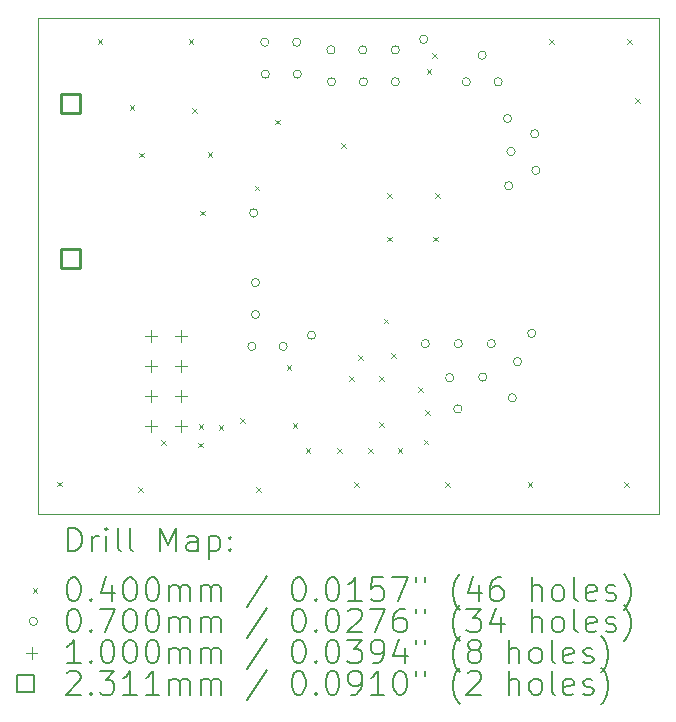
<source format=gbr>
%TF.GenerationSoftware,KiCad,Pcbnew,7.0.8-7.0.8~ubuntu22.04.1*%
%TF.CreationDate,2023-10-11T15:45:36+02:00*%
%TF.ProjectId,Pico_PCB,5069636f-5f50-4434-922e-6b696361645f,rev?*%
%TF.SameCoordinates,Original*%
%TF.FileFunction,Drillmap*%
%TF.FilePolarity,Positive*%
%FSLAX45Y45*%
G04 Gerber Fmt 4.5, Leading zero omitted, Abs format (unit mm)*
G04 Created by KiCad (PCBNEW 7.0.8-7.0.8~ubuntu22.04.1) date 2023-10-11 15:45:36*
%MOMM*%
%LPD*%
G01*
G04 APERTURE LIST*
%ADD10C,0.100000*%
%ADD11C,0.200000*%
%ADD12C,0.040000*%
%ADD13C,0.070000*%
%ADD14C,0.231140*%
G04 APERTURE END LIST*
D10*
X23045000Y-1460000D02*
X28305000Y-1460000D01*
X28305000Y-5660000D01*
X23045000Y-5660000D01*
X23045000Y-1460000D01*
D11*
D12*
X23205000Y-5385000D02*
X23245000Y-5425000D01*
X23245000Y-5385000D02*
X23205000Y-5425000D01*
X23550000Y-1640000D02*
X23590000Y-1680000D01*
X23590000Y-1640000D02*
X23550000Y-1680000D01*
X23820000Y-2200000D02*
X23860000Y-2240000D01*
X23860000Y-2200000D02*
X23820000Y-2240000D01*
X23890000Y-5430000D02*
X23930000Y-5470000D01*
X23930000Y-5430000D02*
X23890000Y-5470000D01*
X23900000Y-2600000D02*
X23940000Y-2640000D01*
X23940000Y-2600000D02*
X23900000Y-2640000D01*
X24090000Y-5035000D02*
X24130000Y-5075000D01*
X24130000Y-5035000D02*
X24090000Y-5075000D01*
X24320000Y-1640000D02*
X24360000Y-1680000D01*
X24360000Y-1640000D02*
X24320000Y-1680000D01*
X24350000Y-2225000D02*
X24390000Y-2265000D01*
X24390000Y-2225000D02*
X24350000Y-2265000D01*
X24400000Y-5055000D02*
X24440000Y-5095000D01*
X24440000Y-5055000D02*
X24400000Y-5095000D01*
X24405000Y-4900000D02*
X24445000Y-4940000D01*
X24445000Y-4900000D02*
X24405000Y-4940000D01*
X24420000Y-3090000D02*
X24460000Y-3130000D01*
X24460000Y-3090000D02*
X24420000Y-3130000D01*
X24480000Y-2595000D02*
X24520000Y-2635000D01*
X24520000Y-2595000D02*
X24480000Y-2635000D01*
X24575000Y-4905000D02*
X24615000Y-4945000D01*
X24615000Y-4905000D02*
X24575000Y-4945000D01*
X24755000Y-4845000D02*
X24795000Y-4885000D01*
X24795000Y-4845000D02*
X24755000Y-4885000D01*
X24880000Y-2880000D02*
X24920000Y-2920000D01*
X24920000Y-2880000D02*
X24880000Y-2920000D01*
X24890000Y-5430000D02*
X24930000Y-5470000D01*
X24930000Y-5430000D02*
X24890000Y-5470000D01*
X25050000Y-2320000D02*
X25090000Y-2360000D01*
X25090000Y-2320000D02*
X25050000Y-2360000D01*
X25150000Y-4400000D02*
X25190000Y-4440000D01*
X25190000Y-4400000D02*
X25150000Y-4440000D01*
X25200000Y-4890000D02*
X25240000Y-4930000D01*
X25240000Y-4890000D02*
X25200000Y-4930000D01*
X25310000Y-5100000D02*
X25350000Y-5140000D01*
X25350000Y-5100000D02*
X25310000Y-5140000D01*
X25580000Y-5100000D02*
X25620000Y-5140000D01*
X25620000Y-5100000D02*
X25580000Y-5140000D01*
X25610000Y-2520000D02*
X25650000Y-2560000D01*
X25650000Y-2520000D02*
X25610000Y-2560000D01*
X25680000Y-4490000D02*
X25720000Y-4530000D01*
X25720000Y-4490000D02*
X25680000Y-4530000D01*
X25720000Y-5390000D02*
X25760000Y-5430000D01*
X25760000Y-5390000D02*
X25720000Y-5430000D01*
X25755000Y-4315000D02*
X25795000Y-4355000D01*
X25795000Y-4315000D02*
X25755000Y-4355000D01*
X25840000Y-5100000D02*
X25880000Y-5140000D01*
X25880000Y-5100000D02*
X25840000Y-5140000D01*
X25930000Y-4490000D02*
X25970000Y-4530000D01*
X25970000Y-4490000D02*
X25930000Y-4530000D01*
X25935000Y-4880000D02*
X25975000Y-4920000D01*
X25975000Y-4880000D02*
X25935000Y-4920000D01*
X25970000Y-4005000D02*
X26010000Y-4045000D01*
X26010000Y-4005000D02*
X25970000Y-4045000D01*
X26000000Y-2940000D02*
X26040000Y-2980000D01*
X26040000Y-2940000D02*
X26000000Y-2980000D01*
X26000000Y-3310000D02*
X26040000Y-3350000D01*
X26040000Y-3310000D02*
X26000000Y-3350000D01*
X26035000Y-4300000D02*
X26075000Y-4340000D01*
X26075000Y-4300000D02*
X26035000Y-4340000D01*
X26090000Y-5100000D02*
X26130000Y-5140000D01*
X26130000Y-5100000D02*
X26090000Y-5140000D01*
X26265000Y-4585000D02*
X26305000Y-4625000D01*
X26305000Y-4585000D02*
X26265000Y-4625000D01*
X26310000Y-5030000D02*
X26350000Y-5070000D01*
X26350000Y-5030000D02*
X26310000Y-5070000D01*
X26320000Y-4780000D02*
X26360000Y-4820000D01*
X26360000Y-4780000D02*
X26320000Y-4820000D01*
X26335000Y-1895000D02*
X26375000Y-1935000D01*
X26375000Y-1895000D02*
X26335000Y-1935000D01*
X26380000Y-1760000D02*
X26420000Y-1800000D01*
X26420000Y-1760000D02*
X26380000Y-1800000D01*
X26390000Y-3310000D02*
X26430000Y-3350000D01*
X26430000Y-3310000D02*
X26390000Y-3350000D01*
X26410000Y-2940000D02*
X26450000Y-2980000D01*
X26450000Y-2940000D02*
X26410000Y-2980000D01*
X26490000Y-5390000D02*
X26530000Y-5430000D01*
X26530000Y-5390000D02*
X26490000Y-5430000D01*
X27190000Y-5390000D02*
X27230000Y-5430000D01*
X27230000Y-5390000D02*
X27190000Y-5430000D01*
X27370000Y-1640000D02*
X27410000Y-1680000D01*
X27410000Y-1640000D02*
X27370000Y-1680000D01*
X28010000Y-5390000D02*
X28050000Y-5430000D01*
X28050000Y-5390000D02*
X28010000Y-5430000D01*
X28030000Y-1640000D02*
X28070000Y-1680000D01*
X28070000Y-1640000D02*
X28030000Y-1680000D01*
X28100000Y-2140000D02*
X28140000Y-2180000D01*
X28140000Y-2140000D02*
X28100000Y-2180000D01*
D13*
X24890000Y-4240000D02*
G75*
G03*
X24890000Y-4240000I-35000J0D01*
G01*
X24905000Y-3110000D02*
G75*
G03*
X24905000Y-3110000I-35000J0D01*
G01*
X24920000Y-3700000D02*
G75*
G03*
X24920000Y-3700000I-35000J0D01*
G01*
X24920000Y-3970000D02*
G75*
G03*
X24920000Y-3970000I-35000J0D01*
G01*
X25000000Y-1665000D02*
G75*
G03*
X25000000Y-1665000I-35000J0D01*
G01*
X25005000Y-1935000D02*
G75*
G03*
X25005000Y-1935000I-35000J0D01*
G01*
X25155000Y-4240000D02*
G75*
G03*
X25155000Y-4240000I-35000J0D01*
G01*
X25270000Y-1665000D02*
G75*
G03*
X25270000Y-1665000I-35000J0D01*
G01*
X25275000Y-1935000D02*
G75*
G03*
X25275000Y-1935000I-35000J0D01*
G01*
X25395000Y-4145000D02*
G75*
G03*
X25395000Y-4145000I-35000J0D01*
G01*
X25560000Y-1730000D02*
G75*
G03*
X25560000Y-1730000I-35000J0D01*
G01*
X25565000Y-2000000D02*
G75*
G03*
X25565000Y-2000000I-35000J0D01*
G01*
X25830000Y-1730000D02*
G75*
G03*
X25830000Y-1730000I-35000J0D01*
G01*
X25835000Y-2000000D02*
G75*
G03*
X25835000Y-2000000I-35000J0D01*
G01*
X26105000Y-1730000D02*
G75*
G03*
X26105000Y-1730000I-35000J0D01*
G01*
X26105000Y-2000000D02*
G75*
G03*
X26105000Y-2000000I-35000J0D01*
G01*
X26345000Y-1640000D02*
G75*
G03*
X26345000Y-1640000I-35000J0D01*
G01*
X26358800Y-4216000D02*
G75*
G03*
X26358800Y-4216000I-35000J0D01*
G01*
X26565000Y-4505000D02*
G75*
G03*
X26565000Y-4505000I-35000J0D01*
G01*
X26635000Y-4770000D02*
G75*
G03*
X26635000Y-4770000I-35000J0D01*
G01*
X26638200Y-4216000D02*
G75*
G03*
X26638200Y-4216000I-35000J0D01*
G01*
X26705000Y-2000000D02*
G75*
G03*
X26705000Y-2000000I-35000J0D01*
G01*
X26840000Y-1775000D02*
G75*
G03*
X26840000Y-1775000I-35000J0D01*
G01*
X26845000Y-4500000D02*
G75*
G03*
X26845000Y-4500000I-35000J0D01*
G01*
X26917600Y-4216000D02*
G75*
G03*
X26917600Y-4216000I-35000J0D01*
G01*
X26975000Y-2000000D02*
G75*
G03*
X26975000Y-2000000I-35000J0D01*
G01*
X27055000Y-2310000D02*
G75*
G03*
X27055000Y-2310000I-35000J0D01*
G01*
X27065000Y-2880000D02*
G75*
G03*
X27065000Y-2880000I-35000J0D01*
G01*
X27085000Y-2590000D02*
G75*
G03*
X27085000Y-2590000I-35000J0D01*
G01*
X27095000Y-4675000D02*
G75*
G03*
X27095000Y-4675000I-35000J0D01*
G01*
X27140000Y-4370000D02*
G75*
G03*
X27140000Y-4370000I-35000J0D01*
G01*
X27260000Y-4130000D02*
G75*
G03*
X27260000Y-4130000I-35000J0D01*
G01*
X27285000Y-2440000D02*
G75*
G03*
X27285000Y-2440000I-35000J0D01*
G01*
X27295000Y-2750000D02*
G75*
G03*
X27295000Y-2750000I-35000J0D01*
G01*
D10*
X24001000Y-4105000D02*
X24001000Y-4205000D01*
X23951000Y-4155000D02*
X24051000Y-4155000D01*
X24001000Y-4359000D02*
X24001000Y-4459000D01*
X23951000Y-4409000D02*
X24051000Y-4409000D01*
X24001000Y-4613000D02*
X24001000Y-4713000D01*
X23951000Y-4663000D02*
X24051000Y-4663000D01*
X24001000Y-4867000D02*
X24001000Y-4967000D01*
X23951000Y-4917000D02*
X24051000Y-4917000D01*
X24255000Y-4105000D02*
X24255000Y-4205000D01*
X24205000Y-4155000D02*
X24305000Y-4155000D01*
X24255000Y-4359000D02*
X24255000Y-4459000D01*
X24205000Y-4409000D02*
X24305000Y-4409000D01*
X24255000Y-4613000D02*
X24255000Y-4713000D01*
X24205000Y-4663000D02*
X24305000Y-4663000D01*
X24255000Y-4867000D02*
X24255000Y-4967000D01*
X24205000Y-4917000D02*
X24305000Y-4917000D01*
D14*
X23400721Y-2265373D02*
X23400721Y-2101931D01*
X23237279Y-2101931D01*
X23237279Y-2265373D01*
X23400721Y-2265373D01*
X23400721Y-3578553D02*
X23400721Y-3415111D01*
X23237279Y-3415111D01*
X23237279Y-3578553D01*
X23400721Y-3578553D01*
D11*
X23300777Y-5976484D02*
X23300777Y-5776484D01*
X23300777Y-5776484D02*
X23348396Y-5776484D01*
X23348396Y-5776484D02*
X23376967Y-5786008D01*
X23376967Y-5786008D02*
X23396015Y-5805055D01*
X23396015Y-5805055D02*
X23405539Y-5824103D01*
X23405539Y-5824103D02*
X23415062Y-5862198D01*
X23415062Y-5862198D02*
X23415062Y-5890769D01*
X23415062Y-5890769D02*
X23405539Y-5928865D01*
X23405539Y-5928865D02*
X23396015Y-5947912D01*
X23396015Y-5947912D02*
X23376967Y-5966960D01*
X23376967Y-5966960D02*
X23348396Y-5976484D01*
X23348396Y-5976484D02*
X23300777Y-5976484D01*
X23500777Y-5976484D02*
X23500777Y-5843150D01*
X23500777Y-5881246D02*
X23510301Y-5862198D01*
X23510301Y-5862198D02*
X23519824Y-5852674D01*
X23519824Y-5852674D02*
X23538872Y-5843150D01*
X23538872Y-5843150D02*
X23557920Y-5843150D01*
X23624586Y-5976484D02*
X23624586Y-5843150D01*
X23624586Y-5776484D02*
X23615062Y-5786008D01*
X23615062Y-5786008D02*
X23624586Y-5795531D01*
X23624586Y-5795531D02*
X23634110Y-5786008D01*
X23634110Y-5786008D02*
X23624586Y-5776484D01*
X23624586Y-5776484D02*
X23624586Y-5795531D01*
X23748396Y-5976484D02*
X23729348Y-5966960D01*
X23729348Y-5966960D02*
X23719824Y-5947912D01*
X23719824Y-5947912D02*
X23719824Y-5776484D01*
X23853158Y-5976484D02*
X23834110Y-5966960D01*
X23834110Y-5966960D02*
X23824586Y-5947912D01*
X23824586Y-5947912D02*
X23824586Y-5776484D01*
X24081729Y-5976484D02*
X24081729Y-5776484D01*
X24081729Y-5776484D02*
X24148396Y-5919341D01*
X24148396Y-5919341D02*
X24215062Y-5776484D01*
X24215062Y-5776484D02*
X24215062Y-5976484D01*
X24396015Y-5976484D02*
X24396015Y-5871722D01*
X24396015Y-5871722D02*
X24386491Y-5852674D01*
X24386491Y-5852674D02*
X24367443Y-5843150D01*
X24367443Y-5843150D02*
X24329348Y-5843150D01*
X24329348Y-5843150D02*
X24310301Y-5852674D01*
X24396015Y-5966960D02*
X24376967Y-5976484D01*
X24376967Y-5976484D02*
X24329348Y-5976484D01*
X24329348Y-5976484D02*
X24310301Y-5966960D01*
X24310301Y-5966960D02*
X24300777Y-5947912D01*
X24300777Y-5947912D02*
X24300777Y-5928865D01*
X24300777Y-5928865D02*
X24310301Y-5909817D01*
X24310301Y-5909817D02*
X24329348Y-5900293D01*
X24329348Y-5900293D02*
X24376967Y-5900293D01*
X24376967Y-5900293D02*
X24396015Y-5890769D01*
X24491253Y-5843150D02*
X24491253Y-6043150D01*
X24491253Y-5852674D02*
X24510301Y-5843150D01*
X24510301Y-5843150D02*
X24548396Y-5843150D01*
X24548396Y-5843150D02*
X24567443Y-5852674D01*
X24567443Y-5852674D02*
X24576967Y-5862198D01*
X24576967Y-5862198D02*
X24586491Y-5881246D01*
X24586491Y-5881246D02*
X24586491Y-5938388D01*
X24586491Y-5938388D02*
X24576967Y-5957436D01*
X24576967Y-5957436D02*
X24567443Y-5966960D01*
X24567443Y-5966960D02*
X24548396Y-5976484D01*
X24548396Y-5976484D02*
X24510301Y-5976484D01*
X24510301Y-5976484D02*
X24491253Y-5966960D01*
X24672205Y-5957436D02*
X24681729Y-5966960D01*
X24681729Y-5966960D02*
X24672205Y-5976484D01*
X24672205Y-5976484D02*
X24662682Y-5966960D01*
X24662682Y-5966960D02*
X24672205Y-5957436D01*
X24672205Y-5957436D02*
X24672205Y-5976484D01*
X24672205Y-5852674D02*
X24681729Y-5862198D01*
X24681729Y-5862198D02*
X24672205Y-5871722D01*
X24672205Y-5871722D02*
X24662682Y-5862198D01*
X24662682Y-5862198D02*
X24672205Y-5852674D01*
X24672205Y-5852674D02*
X24672205Y-5871722D01*
D12*
X23000000Y-6285000D02*
X23040000Y-6325000D01*
X23040000Y-6285000D02*
X23000000Y-6325000D01*
D11*
X23338872Y-6196484D02*
X23357920Y-6196484D01*
X23357920Y-6196484D02*
X23376967Y-6206008D01*
X23376967Y-6206008D02*
X23386491Y-6215531D01*
X23386491Y-6215531D02*
X23396015Y-6234579D01*
X23396015Y-6234579D02*
X23405539Y-6272674D01*
X23405539Y-6272674D02*
X23405539Y-6320293D01*
X23405539Y-6320293D02*
X23396015Y-6358388D01*
X23396015Y-6358388D02*
X23386491Y-6377436D01*
X23386491Y-6377436D02*
X23376967Y-6386960D01*
X23376967Y-6386960D02*
X23357920Y-6396484D01*
X23357920Y-6396484D02*
X23338872Y-6396484D01*
X23338872Y-6396484D02*
X23319824Y-6386960D01*
X23319824Y-6386960D02*
X23310301Y-6377436D01*
X23310301Y-6377436D02*
X23300777Y-6358388D01*
X23300777Y-6358388D02*
X23291253Y-6320293D01*
X23291253Y-6320293D02*
X23291253Y-6272674D01*
X23291253Y-6272674D02*
X23300777Y-6234579D01*
X23300777Y-6234579D02*
X23310301Y-6215531D01*
X23310301Y-6215531D02*
X23319824Y-6206008D01*
X23319824Y-6206008D02*
X23338872Y-6196484D01*
X23491253Y-6377436D02*
X23500777Y-6386960D01*
X23500777Y-6386960D02*
X23491253Y-6396484D01*
X23491253Y-6396484D02*
X23481729Y-6386960D01*
X23481729Y-6386960D02*
X23491253Y-6377436D01*
X23491253Y-6377436D02*
X23491253Y-6396484D01*
X23672205Y-6263150D02*
X23672205Y-6396484D01*
X23624586Y-6186960D02*
X23576967Y-6329817D01*
X23576967Y-6329817D02*
X23700777Y-6329817D01*
X23815062Y-6196484D02*
X23834110Y-6196484D01*
X23834110Y-6196484D02*
X23853158Y-6206008D01*
X23853158Y-6206008D02*
X23862682Y-6215531D01*
X23862682Y-6215531D02*
X23872205Y-6234579D01*
X23872205Y-6234579D02*
X23881729Y-6272674D01*
X23881729Y-6272674D02*
X23881729Y-6320293D01*
X23881729Y-6320293D02*
X23872205Y-6358388D01*
X23872205Y-6358388D02*
X23862682Y-6377436D01*
X23862682Y-6377436D02*
X23853158Y-6386960D01*
X23853158Y-6386960D02*
X23834110Y-6396484D01*
X23834110Y-6396484D02*
X23815062Y-6396484D01*
X23815062Y-6396484D02*
X23796015Y-6386960D01*
X23796015Y-6386960D02*
X23786491Y-6377436D01*
X23786491Y-6377436D02*
X23776967Y-6358388D01*
X23776967Y-6358388D02*
X23767443Y-6320293D01*
X23767443Y-6320293D02*
X23767443Y-6272674D01*
X23767443Y-6272674D02*
X23776967Y-6234579D01*
X23776967Y-6234579D02*
X23786491Y-6215531D01*
X23786491Y-6215531D02*
X23796015Y-6206008D01*
X23796015Y-6206008D02*
X23815062Y-6196484D01*
X24005539Y-6196484D02*
X24024586Y-6196484D01*
X24024586Y-6196484D02*
X24043634Y-6206008D01*
X24043634Y-6206008D02*
X24053158Y-6215531D01*
X24053158Y-6215531D02*
X24062682Y-6234579D01*
X24062682Y-6234579D02*
X24072205Y-6272674D01*
X24072205Y-6272674D02*
X24072205Y-6320293D01*
X24072205Y-6320293D02*
X24062682Y-6358388D01*
X24062682Y-6358388D02*
X24053158Y-6377436D01*
X24053158Y-6377436D02*
X24043634Y-6386960D01*
X24043634Y-6386960D02*
X24024586Y-6396484D01*
X24024586Y-6396484D02*
X24005539Y-6396484D01*
X24005539Y-6396484D02*
X23986491Y-6386960D01*
X23986491Y-6386960D02*
X23976967Y-6377436D01*
X23976967Y-6377436D02*
X23967443Y-6358388D01*
X23967443Y-6358388D02*
X23957920Y-6320293D01*
X23957920Y-6320293D02*
X23957920Y-6272674D01*
X23957920Y-6272674D02*
X23967443Y-6234579D01*
X23967443Y-6234579D02*
X23976967Y-6215531D01*
X23976967Y-6215531D02*
X23986491Y-6206008D01*
X23986491Y-6206008D02*
X24005539Y-6196484D01*
X24157920Y-6396484D02*
X24157920Y-6263150D01*
X24157920Y-6282198D02*
X24167443Y-6272674D01*
X24167443Y-6272674D02*
X24186491Y-6263150D01*
X24186491Y-6263150D02*
X24215063Y-6263150D01*
X24215063Y-6263150D02*
X24234110Y-6272674D01*
X24234110Y-6272674D02*
X24243634Y-6291722D01*
X24243634Y-6291722D02*
X24243634Y-6396484D01*
X24243634Y-6291722D02*
X24253158Y-6272674D01*
X24253158Y-6272674D02*
X24272205Y-6263150D01*
X24272205Y-6263150D02*
X24300777Y-6263150D01*
X24300777Y-6263150D02*
X24319824Y-6272674D01*
X24319824Y-6272674D02*
X24329348Y-6291722D01*
X24329348Y-6291722D02*
X24329348Y-6396484D01*
X24424586Y-6396484D02*
X24424586Y-6263150D01*
X24424586Y-6282198D02*
X24434110Y-6272674D01*
X24434110Y-6272674D02*
X24453158Y-6263150D01*
X24453158Y-6263150D02*
X24481729Y-6263150D01*
X24481729Y-6263150D02*
X24500777Y-6272674D01*
X24500777Y-6272674D02*
X24510301Y-6291722D01*
X24510301Y-6291722D02*
X24510301Y-6396484D01*
X24510301Y-6291722D02*
X24519824Y-6272674D01*
X24519824Y-6272674D02*
X24538872Y-6263150D01*
X24538872Y-6263150D02*
X24567443Y-6263150D01*
X24567443Y-6263150D02*
X24586491Y-6272674D01*
X24586491Y-6272674D02*
X24596015Y-6291722D01*
X24596015Y-6291722D02*
X24596015Y-6396484D01*
X24986491Y-6186960D02*
X24815063Y-6444103D01*
X25243634Y-6196484D02*
X25262682Y-6196484D01*
X25262682Y-6196484D02*
X25281729Y-6206008D01*
X25281729Y-6206008D02*
X25291253Y-6215531D01*
X25291253Y-6215531D02*
X25300777Y-6234579D01*
X25300777Y-6234579D02*
X25310301Y-6272674D01*
X25310301Y-6272674D02*
X25310301Y-6320293D01*
X25310301Y-6320293D02*
X25300777Y-6358388D01*
X25300777Y-6358388D02*
X25291253Y-6377436D01*
X25291253Y-6377436D02*
X25281729Y-6386960D01*
X25281729Y-6386960D02*
X25262682Y-6396484D01*
X25262682Y-6396484D02*
X25243634Y-6396484D01*
X25243634Y-6396484D02*
X25224586Y-6386960D01*
X25224586Y-6386960D02*
X25215063Y-6377436D01*
X25215063Y-6377436D02*
X25205539Y-6358388D01*
X25205539Y-6358388D02*
X25196015Y-6320293D01*
X25196015Y-6320293D02*
X25196015Y-6272674D01*
X25196015Y-6272674D02*
X25205539Y-6234579D01*
X25205539Y-6234579D02*
X25215063Y-6215531D01*
X25215063Y-6215531D02*
X25224586Y-6206008D01*
X25224586Y-6206008D02*
X25243634Y-6196484D01*
X25396015Y-6377436D02*
X25405539Y-6386960D01*
X25405539Y-6386960D02*
X25396015Y-6396484D01*
X25396015Y-6396484D02*
X25386491Y-6386960D01*
X25386491Y-6386960D02*
X25396015Y-6377436D01*
X25396015Y-6377436D02*
X25396015Y-6396484D01*
X25529348Y-6196484D02*
X25548396Y-6196484D01*
X25548396Y-6196484D02*
X25567444Y-6206008D01*
X25567444Y-6206008D02*
X25576967Y-6215531D01*
X25576967Y-6215531D02*
X25586491Y-6234579D01*
X25586491Y-6234579D02*
X25596015Y-6272674D01*
X25596015Y-6272674D02*
X25596015Y-6320293D01*
X25596015Y-6320293D02*
X25586491Y-6358388D01*
X25586491Y-6358388D02*
X25576967Y-6377436D01*
X25576967Y-6377436D02*
X25567444Y-6386960D01*
X25567444Y-6386960D02*
X25548396Y-6396484D01*
X25548396Y-6396484D02*
X25529348Y-6396484D01*
X25529348Y-6396484D02*
X25510301Y-6386960D01*
X25510301Y-6386960D02*
X25500777Y-6377436D01*
X25500777Y-6377436D02*
X25491253Y-6358388D01*
X25491253Y-6358388D02*
X25481729Y-6320293D01*
X25481729Y-6320293D02*
X25481729Y-6272674D01*
X25481729Y-6272674D02*
X25491253Y-6234579D01*
X25491253Y-6234579D02*
X25500777Y-6215531D01*
X25500777Y-6215531D02*
X25510301Y-6206008D01*
X25510301Y-6206008D02*
X25529348Y-6196484D01*
X25786491Y-6396484D02*
X25672206Y-6396484D01*
X25729348Y-6396484D02*
X25729348Y-6196484D01*
X25729348Y-6196484D02*
X25710301Y-6225055D01*
X25710301Y-6225055D02*
X25691253Y-6244103D01*
X25691253Y-6244103D02*
X25672206Y-6253627D01*
X25967444Y-6196484D02*
X25872206Y-6196484D01*
X25872206Y-6196484D02*
X25862682Y-6291722D01*
X25862682Y-6291722D02*
X25872206Y-6282198D01*
X25872206Y-6282198D02*
X25891253Y-6272674D01*
X25891253Y-6272674D02*
X25938872Y-6272674D01*
X25938872Y-6272674D02*
X25957920Y-6282198D01*
X25957920Y-6282198D02*
X25967444Y-6291722D01*
X25967444Y-6291722D02*
X25976967Y-6310769D01*
X25976967Y-6310769D02*
X25976967Y-6358388D01*
X25976967Y-6358388D02*
X25967444Y-6377436D01*
X25967444Y-6377436D02*
X25957920Y-6386960D01*
X25957920Y-6386960D02*
X25938872Y-6396484D01*
X25938872Y-6396484D02*
X25891253Y-6396484D01*
X25891253Y-6396484D02*
X25872206Y-6386960D01*
X25872206Y-6386960D02*
X25862682Y-6377436D01*
X26043634Y-6196484D02*
X26176967Y-6196484D01*
X26176967Y-6196484D02*
X26091253Y-6396484D01*
X26243634Y-6196484D02*
X26243634Y-6234579D01*
X26319825Y-6196484D02*
X26319825Y-6234579D01*
X26615063Y-6472674D02*
X26605539Y-6463150D01*
X26605539Y-6463150D02*
X26586491Y-6434579D01*
X26586491Y-6434579D02*
X26576968Y-6415531D01*
X26576968Y-6415531D02*
X26567444Y-6386960D01*
X26567444Y-6386960D02*
X26557920Y-6339341D01*
X26557920Y-6339341D02*
X26557920Y-6301246D01*
X26557920Y-6301246D02*
X26567444Y-6253627D01*
X26567444Y-6253627D02*
X26576968Y-6225055D01*
X26576968Y-6225055D02*
X26586491Y-6206008D01*
X26586491Y-6206008D02*
X26605539Y-6177436D01*
X26605539Y-6177436D02*
X26615063Y-6167912D01*
X26776968Y-6263150D02*
X26776968Y-6396484D01*
X26729348Y-6186960D02*
X26681729Y-6329817D01*
X26681729Y-6329817D02*
X26805539Y-6329817D01*
X26967444Y-6196484D02*
X26929348Y-6196484D01*
X26929348Y-6196484D02*
X26910301Y-6206008D01*
X26910301Y-6206008D02*
X26900777Y-6215531D01*
X26900777Y-6215531D02*
X26881729Y-6244103D01*
X26881729Y-6244103D02*
X26872206Y-6282198D01*
X26872206Y-6282198D02*
X26872206Y-6358388D01*
X26872206Y-6358388D02*
X26881729Y-6377436D01*
X26881729Y-6377436D02*
X26891253Y-6386960D01*
X26891253Y-6386960D02*
X26910301Y-6396484D01*
X26910301Y-6396484D02*
X26948396Y-6396484D01*
X26948396Y-6396484D02*
X26967444Y-6386960D01*
X26967444Y-6386960D02*
X26976968Y-6377436D01*
X26976968Y-6377436D02*
X26986491Y-6358388D01*
X26986491Y-6358388D02*
X26986491Y-6310769D01*
X26986491Y-6310769D02*
X26976968Y-6291722D01*
X26976968Y-6291722D02*
X26967444Y-6282198D01*
X26967444Y-6282198D02*
X26948396Y-6272674D01*
X26948396Y-6272674D02*
X26910301Y-6272674D01*
X26910301Y-6272674D02*
X26891253Y-6282198D01*
X26891253Y-6282198D02*
X26881729Y-6291722D01*
X26881729Y-6291722D02*
X26872206Y-6310769D01*
X27224587Y-6396484D02*
X27224587Y-6196484D01*
X27310301Y-6396484D02*
X27310301Y-6291722D01*
X27310301Y-6291722D02*
X27300777Y-6272674D01*
X27300777Y-6272674D02*
X27281730Y-6263150D01*
X27281730Y-6263150D02*
X27253158Y-6263150D01*
X27253158Y-6263150D02*
X27234110Y-6272674D01*
X27234110Y-6272674D02*
X27224587Y-6282198D01*
X27434110Y-6396484D02*
X27415063Y-6386960D01*
X27415063Y-6386960D02*
X27405539Y-6377436D01*
X27405539Y-6377436D02*
X27396015Y-6358388D01*
X27396015Y-6358388D02*
X27396015Y-6301246D01*
X27396015Y-6301246D02*
X27405539Y-6282198D01*
X27405539Y-6282198D02*
X27415063Y-6272674D01*
X27415063Y-6272674D02*
X27434110Y-6263150D01*
X27434110Y-6263150D02*
X27462682Y-6263150D01*
X27462682Y-6263150D02*
X27481730Y-6272674D01*
X27481730Y-6272674D02*
X27491253Y-6282198D01*
X27491253Y-6282198D02*
X27500777Y-6301246D01*
X27500777Y-6301246D02*
X27500777Y-6358388D01*
X27500777Y-6358388D02*
X27491253Y-6377436D01*
X27491253Y-6377436D02*
X27481730Y-6386960D01*
X27481730Y-6386960D02*
X27462682Y-6396484D01*
X27462682Y-6396484D02*
X27434110Y-6396484D01*
X27615063Y-6396484D02*
X27596015Y-6386960D01*
X27596015Y-6386960D02*
X27586491Y-6367912D01*
X27586491Y-6367912D02*
X27586491Y-6196484D01*
X27767444Y-6386960D02*
X27748396Y-6396484D01*
X27748396Y-6396484D02*
X27710301Y-6396484D01*
X27710301Y-6396484D02*
X27691253Y-6386960D01*
X27691253Y-6386960D02*
X27681730Y-6367912D01*
X27681730Y-6367912D02*
X27681730Y-6291722D01*
X27681730Y-6291722D02*
X27691253Y-6272674D01*
X27691253Y-6272674D02*
X27710301Y-6263150D01*
X27710301Y-6263150D02*
X27748396Y-6263150D01*
X27748396Y-6263150D02*
X27767444Y-6272674D01*
X27767444Y-6272674D02*
X27776968Y-6291722D01*
X27776968Y-6291722D02*
X27776968Y-6310769D01*
X27776968Y-6310769D02*
X27681730Y-6329817D01*
X27853158Y-6386960D02*
X27872206Y-6396484D01*
X27872206Y-6396484D02*
X27910301Y-6396484D01*
X27910301Y-6396484D02*
X27929349Y-6386960D01*
X27929349Y-6386960D02*
X27938872Y-6367912D01*
X27938872Y-6367912D02*
X27938872Y-6358388D01*
X27938872Y-6358388D02*
X27929349Y-6339341D01*
X27929349Y-6339341D02*
X27910301Y-6329817D01*
X27910301Y-6329817D02*
X27881730Y-6329817D01*
X27881730Y-6329817D02*
X27862682Y-6320293D01*
X27862682Y-6320293D02*
X27853158Y-6301246D01*
X27853158Y-6301246D02*
X27853158Y-6291722D01*
X27853158Y-6291722D02*
X27862682Y-6272674D01*
X27862682Y-6272674D02*
X27881730Y-6263150D01*
X27881730Y-6263150D02*
X27910301Y-6263150D01*
X27910301Y-6263150D02*
X27929349Y-6272674D01*
X28005539Y-6472674D02*
X28015063Y-6463150D01*
X28015063Y-6463150D02*
X28034111Y-6434579D01*
X28034111Y-6434579D02*
X28043634Y-6415531D01*
X28043634Y-6415531D02*
X28053158Y-6386960D01*
X28053158Y-6386960D02*
X28062682Y-6339341D01*
X28062682Y-6339341D02*
X28062682Y-6301246D01*
X28062682Y-6301246D02*
X28053158Y-6253627D01*
X28053158Y-6253627D02*
X28043634Y-6225055D01*
X28043634Y-6225055D02*
X28034111Y-6206008D01*
X28034111Y-6206008D02*
X28015063Y-6177436D01*
X28015063Y-6177436D02*
X28005539Y-6167912D01*
D13*
X23040000Y-6569000D02*
G75*
G03*
X23040000Y-6569000I-35000J0D01*
G01*
D11*
X23338872Y-6460484D02*
X23357920Y-6460484D01*
X23357920Y-6460484D02*
X23376967Y-6470008D01*
X23376967Y-6470008D02*
X23386491Y-6479531D01*
X23386491Y-6479531D02*
X23396015Y-6498579D01*
X23396015Y-6498579D02*
X23405539Y-6536674D01*
X23405539Y-6536674D02*
X23405539Y-6584293D01*
X23405539Y-6584293D02*
X23396015Y-6622388D01*
X23396015Y-6622388D02*
X23386491Y-6641436D01*
X23386491Y-6641436D02*
X23376967Y-6650960D01*
X23376967Y-6650960D02*
X23357920Y-6660484D01*
X23357920Y-6660484D02*
X23338872Y-6660484D01*
X23338872Y-6660484D02*
X23319824Y-6650960D01*
X23319824Y-6650960D02*
X23310301Y-6641436D01*
X23310301Y-6641436D02*
X23300777Y-6622388D01*
X23300777Y-6622388D02*
X23291253Y-6584293D01*
X23291253Y-6584293D02*
X23291253Y-6536674D01*
X23291253Y-6536674D02*
X23300777Y-6498579D01*
X23300777Y-6498579D02*
X23310301Y-6479531D01*
X23310301Y-6479531D02*
X23319824Y-6470008D01*
X23319824Y-6470008D02*
X23338872Y-6460484D01*
X23491253Y-6641436D02*
X23500777Y-6650960D01*
X23500777Y-6650960D02*
X23491253Y-6660484D01*
X23491253Y-6660484D02*
X23481729Y-6650960D01*
X23481729Y-6650960D02*
X23491253Y-6641436D01*
X23491253Y-6641436D02*
X23491253Y-6660484D01*
X23567443Y-6460484D02*
X23700777Y-6460484D01*
X23700777Y-6460484D02*
X23615062Y-6660484D01*
X23815062Y-6460484D02*
X23834110Y-6460484D01*
X23834110Y-6460484D02*
X23853158Y-6470008D01*
X23853158Y-6470008D02*
X23862682Y-6479531D01*
X23862682Y-6479531D02*
X23872205Y-6498579D01*
X23872205Y-6498579D02*
X23881729Y-6536674D01*
X23881729Y-6536674D02*
X23881729Y-6584293D01*
X23881729Y-6584293D02*
X23872205Y-6622388D01*
X23872205Y-6622388D02*
X23862682Y-6641436D01*
X23862682Y-6641436D02*
X23853158Y-6650960D01*
X23853158Y-6650960D02*
X23834110Y-6660484D01*
X23834110Y-6660484D02*
X23815062Y-6660484D01*
X23815062Y-6660484D02*
X23796015Y-6650960D01*
X23796015Y-6650960D02*
X23786491Y-6641436D01*
X23786491Y-6641436D02*
X23776967Y-6622388D01*
X23776967Y-6622388D02*
X23767443Y-6584293D01*
X23767443Y-6584293D02*
X23767443Y-6536674D01*
X23767443Y-6536674D02*
X23776967Y-6498579D01*
X23776967Y-6498579D02*
X23786491Y-6479531D01*
X23786491Y-6479531D02*
X23796015Y-6470008D01*
X23796015Y-6470008D02*
X23815062Y-6460484D01*
X24005539Y-6460484D02*
X24024586Y-6460484D01*
X24024586Y-6460484D02*
X24043634Y-6470008D01*
X24043634Y-6470008D02*
X24053158Y-6479531D01*
X24053158Y-6479531D02*
X24062682Y-6498579D01*
X24062682Y-6498579D02*
X24072205Y-6536674D01*
X24072205Y-6536674D02*
X24072205Y-6584293D01*
X24072205Y-6584293D02*
X24062682Y-6622388D01*
X24062682Y-6622388D02*
X24053158Y-6641436D01*
X24053158Y-6641436D02*
X24043634Y-6650960D01*
X24043634Y-6650960D02*
X24024586Y-6660484D01*
X24024586Y-6660484D02*
X24005539Y-6660484D01*
X24005539Y-6660484D02*
X23986491Y-6650960D01*
X23986491Y-6650960D02*
X23976967Y-6641436D01*
X23976967Y-6641436D02*
X23967443Y-6622388D01*
X23967443Y-6622388D02*
X23957920Y-6584293D01*
X23957920Y-6584293D02*
X23957920Y-6536674D01*
X23957920Y-6536674D02*
X23967443Y-6498579D01*
X23967443Y-6498579D02*
X23976967Y-6479531D01*
X23976967Y-6479531D02*
X23986491Y-6470008D01*
X23986491Y-6470008D02*
X24005539Y-6460484D01*
X24157920Y-6660484D02*
X24157920Y-6527150D01*
X24157920Y-6546198D02*
X24167443Y-6536674D01*
X24167443Y-6536674D02*
X24186491Y-6527150D01*
X24186491Y-6527150D02*
X24215063Y-6527150D01*
X24215063Y-6527150D02*
X24234110Y-6536674D01*
X24234110Y-6536674D02*
X24243634Y-6555722D01*
X24243634Y-6555722D02*
X24243634Y-6660484D01*
X24243634Y-6555722D02*
X24253158Y-6536674D01*
X24253158Y-6536674D02*
X24272205Y-6527150D01*
X24272205Y-6527150D02*
X24300777Y-6527150D01*
X24300777Y-6527150D02*
X24319824Y-6536674D01*
X24319824Y-6536674D02*
X24329348Y-6555722D01*
X24329348Y-6555722D02*
X24329348Y-6660484D01*
X24424586Y-6660484D02*
X24424586Y-6527150D01*
X24424586Y-6546198D02*
X24434110Y-6536674D01*
X24434110Y-6536674D02*
X24453158Y-6527150D01*
X24453158Y-6527150D02*
X24481729Y-6527150D01*
X24481729Y-6527150D02*
X24500777Y-6536674D01*
X24500777Y-6536674D02*
X24510301Y-6555722D01*
X24510301Y-6555722D02*
X24510301Y-6660484D01*
X24510301Y-6555722D02*
X24519824Y-6536674D01*
X24519824Y-6536674D02*
X24538872Y-6527150D01*
X24538872Y-6527150D02*
X24567443Y-6527150D01*
X24567443Y-6527150D02*
X24586491Y-6536674D01*
X24586491Y-6536674D02*
X24596015Y-6555722D01*
X24596015Y-6555722D02*
X24596015Y-6660484D01*
X24986491Y-6450960D02*
X24815063Y-6708103D01*
X25243634Y-6460484D02*
X25262682Y-6460484D01*
X25262682Y-6460484D02*
X25281729Y-6470008D01*
X25281729Y-6470008D02*
X25291253Y-6479531D01*
X25291253Y-6479531D02*
X25300777Y-6498579D01*
X25300777Y-6498579D02*
X25310301Y-6536674D01*
X25310301Y-6536674D02*
X25310301Y-6584293D01*
X25310301Y-6584293D02*
X25300777Y-6622388D01*
X25300777Y-6622388D02*
X25291253Y-6641436D01*
X25291253Y-6641436D02*
X25281729Y-6650960D01*
X25281729Y-6650960D02*
X25262682Y-6660484D01*
X25262682Y-6660484D02*
X25243634Y-6660484D01*
X25243634Y-6660484D02*
X25224586Y-6650960D01*
X25224586Y-6650960D02*
X25215063Y-6641436D01*
X25215063Y-6641436D02*
X25205539Y-6622388D01*
X25205539Y-6622388D02*
X25196015Y-6584293D01*
X25196015Y-6584293D02*
X25196015Y-6536674D01*
X25196015Y-6536674D02*
X25205539Y-6498579D01*
X25205539Y-6498579D02*
X25215063Y-6479531D01*
X25215063Y-6479531D02*
X25224586Y-6470008D01*
X25224586Y-6470008D02*
X25243634Y-6460484D01*
X25396015Y-6641436D02*
X25405539Y-6650960D01*
X25405539Y-6650960D02*
X25396015Y-6660484D01*
X25396015Y-6660484D02*
X25386491Y-6650960D01*
X25386491Y-6650960D02*
X25396015Y-6641436D01*
X25396015Y-6641436D02*
X25396015Y-6660484D01*
X25529348Y-6460484D02*
X25548396Y-6460484D01*
X25548396Y-6460484D02*
X25567444Y-6470008D01*
X25567444Y-6470008D02*
X25576967Y-6479531D01*
X25576967Y-6479531D02*
X25586491Y-6498579D01*
X25586491Y-6498579D02*
X25596015Y-6536674D01*
X25596015Y-6536674D02*
X25596015Y-6584293D01*
X25596015Y-6584293D02*
X25586491Y-6622388D01*
X25586491Y-6622388D02*
X25576967Y-6641436D01*
X25576967Y-6641436D02*
X25567444Y-6650960D01*
X25567444Y-6650960D02*
X25548396Y-6660484D01*
X25548396Y-6660484D02*
X25529348Y-6660484D01*
X25529348Y-6660484D02*
X25510301Y-6650960D01*
X25510301Y-6650960D02*
X25500777Y-6641436D01*
X25500777Y-6641436D02*
X25491253Y-6622388D01*
X25491253Y-6622388D02*
X25481729Y-6584293D01*
X25481729Y-6584293D02*
X25481729Y-6536674D01*
X25481729Y-6536674D02*
X25491253Y-6498579D01*
X25491253Y-6498579D02*
X25500777Y-6479531D01*
X25500777Y-6479531D02*
X25510301Y-6470008D01*
X25510301Y-6470008D02*
X25529348Y-6460484D01*
X25672206Y-6479531D02*
X25681729Y-6470008D01*
X25681729Y-6470008D02*
X25700777Y-6460484D01*
X25700777Y-6460484D02*
X25748396Y-6460484D01*
X25748396Y-6460484D02*
X25767444Y-6470008D01*
X25767444Y-6470008D02*
X25776967Y-6479531D01*
X25776967Y-6479531D02*
X25786491Y-6498579D01*
X25786491Y-6498579D02*
X25786491Y-6517627D01*
X25786491Y-6517627D02*
X25776967Y-6546198D01*
X25776967Y-6546198D02*
X25662682Y-6660484D01*
X25662682Y-6660484D02*
X25786491Y-6660484D01*
X25853158Y-6460484D02*
X25986491Y-6460484D01*
X25986491Y-6460484D02*
X25900777Y-6660484D01*
X26148396Y-6460484D02*
X26110301Y-6460484D01*
X26110301Y-6460484D02*
X26091253Y-6470008D01*
X26091253Y-6470008D02*
X26081729Y-6479531D01*
X26081729Y-6479531D02*
X26062682Y-6508103D01*
X26062682Y-6508103D02*
X26053158Y-6546198D01*
X26053158Y-6546198D02*
X26053158Y-6622388D01*
X26053158Y-6622388D02*
X26062682Y-6641436D01*
X26062682Y-6641436D02*
X26072206Y-6650960D01*
X26072206Y-6650960D02*
X26091253Y-6660484D01*
X26091253Y-6660484D02*
X26129348Y-6660484D01*
X26129348Y-6660484D02*
X26148396Y-6650960D01*
X26148396Y-6650960D02*
X26157920Y-6641436D01*
X26157920Y-6641436D02*
X26167444Y-6622388D01*
X26167444Y-6622388D02*
X26167444Y-6574769D01*
X26167444Y-6574769D02*
X26157920Y-6555722D01*
X26157920Y-6555722D02*
X26148396Y-6546198D01*
X26148396Y-6546198D02*
X26129348Y-6536674D01*
X26129348Y-6536674D02*
X26091253Y-6536674D01*
X26091253Y-6536674D02*
X26072206Y-6546198D01*
X26072206Y-6546198D02*
X26062682Y-6555722D01*
X26062682Y-6555722D02*
X26053158Y-6574769D01*
X26243634Y-6460484D02*
X26243634Y-6498579D01*
X26319825Y-6460484D02*
X26319825Y-6498579D01*
X26615063Y-6736674D02*
X26605539Y-6727150D01*
X26605539Y-6727150D02*
X26586491Y-6698579D01*
X26586491Y-6698579D02*
X26576968Y-6679531D01*
X26576968Y-6679531D02*
X26567444Y-6650960D01*
X26567444Y-6650960D02*
X26557920Y-6603341D01*
X26557920Y-6603341D02*
X26557920Y-6565246D01*
X26557920Y-6565246D02*
X26567444Y-6517627D01*
X26567444Y-6517627D02*
X26576968Y-6489055D01*
X26576968Y-6489055D02*
X26586491Y-6470008D01*
X26586491Y-6470008D02*
X26605539Y-6441436D01*
X26605539Y-6441436D02*
X26615063Y-6431912D01*
X26672206Y-6460484D02*
X26796015Y-6460484D01*
X26796015Y-6460484D02*
X26729348Y-6536674D01*
X26729348Y-6536674D02*
X26757920Y-6536674D01*
X26757920Y-6536674D02*
X26776968Y-6546198D01*
X26776968Y-6546198D02*
X26786491Y-6555722D01*
X26786491Y-6555722D02*
X26796015Y-6574769D01*
X26796015Y-6574769D02*
X26796015Y-6622388D01*
X26796015Y-6622388D02*
X26786491Y-6641436D01*
X26786491Y-6641436D02*
X26776968Y-6650960D01*
X26776968Y-6650960D02*
X26757920Y-6660484D01*
X26757920Y-6660484D02*
X26700777Y-6660484D01*
X26700777Y-6660484D02*
X26681729Y-6650960D01*
X26681729Y-6650960D02*
X26672206Y-6641436D01*
X26967444Y-6527150D02*
X26967444Y-6660484D01*
X26919825Y-6450960D02*
X26872206Y-6593817D01*
X26872206Y-6593817D02*
X26996015Y-6593817D01*
X27224587Y-6660484D02*
X27224587Y-6460484D01*
X27310301Y-6660484D02*
X27310301Y-6555722D01*
X27310301Y-6555722D02*
X27300777Y-6536674D01*
X27300777Y-6536674D02*
X27281730Y-6527150D01*
X27281730Y-6527150D02*
X27253158Y-6527150D01*
X27253158Y-6527150D02*
X27234110Y-6536674D01*
X27234110Y-6536674D02*
X27224587Y-6546198D01*
X27434110Y-6660484D02*
X27415063Y-6650960D01*
X27415063Y-6650960D02*
X27405539Y-6641436D01*
X27405539Y-6641436D02*
X27396015Y-6622388D01*
X27396015Y-6622388D02*
X27396015Y-6565246D01*
X27396015Y-6565246D02*
X27405539Y-6546198D01*
X27405539Y-6546198D02*
X27415063Y-6536674D01*
X27415063Y-6536674D02*
X27434110Y-6527150D01*
X27434110Y-6527150D02*
X27462682Y-6527150D01*
X27462682Y-6527150D02*
X27481730Y-6536674D01*
X27481730Y-6536674D02*
X27491253Y-6546198D01*
X27491253Y-6546198D02*
X27500777Y-6565246D01*
X27500777Y-6565246D02*
X27500777Y-6622388D01*
X27500777Y-6622388D02*
X27491253Y-6641436D01*
X27491253Y-6641436D02*
X27481730Y-6650960D01*
X27481730Y-6650960D02*
X27462682Y-6660484D01*
X27462682Y-6660484D02*
X27434110Y-6660484D01*
X27615063Y-6660484D02*
X27596015Y-6650960D01*
X27596015Y-6650960D02*
X27586491Y-6631912D01*
X27586491Y-6631912D02*
X27586491Y-6460484D01*
X27767444Y-6650960D02*
X27748396Y-6660484D01*
X27748396Y-6660484D02*
X27710301Y-6660484D01*
X27710301Y-6660484D02*
X27691253Y-6650960D01*
X27691253Y-6650960D02*
X27681730Y-6631912D01*
X27681730Y-6631912D02*
X27681730Y-6555722D01*
X27681730Y-6555722D02*
X27691253Y-6536674D01*
X27691253Y-6536674D02*
X27710301Y-6527150D01*
X27710301Y-6527150D02*
X27748396Y-6527150D01*
X27748396Y-6527150D02*
X27767444Y-6536674D01*
X27767444Y-6536674D02*
X27776968Y-6555722D01*
X27776968Y-6555722D02*
X27776968Y-6574769D01*
X27776968Y-6574769D02*
X27681730Y-6593817D01*
X27853158Y-6650960D02*
X27872206Y-6660484D01*
X27872206Y-6660484D02*
X27910301Y-6660484D01*
X27910301Y-6660484D02*
X27929349Y-6650960D01*
X27929349Y-6650960D02*
X27938872Y-6631912D01*
X27938872Y-6631912D02*
X27938872Y-6622388D01*
X27938872Y-6622388D02*
X27929349Y-6603341D01*
X27929349Y-6603341D02*
X27910301Y-6593817D01*
X27910301Y-6593817D02*
X27881730Y-6593817D01*
X27881730Y-6593817D02*
X27862682Y-6584293D01*
X27862682Y-6584293D02*
X27853158Y-6565246D01*
X27853158Y-6565246D02*
X27853158Y-6555722D01*
X27853158Y-6555722D02*
X27862682Y-6536674D01*
X27862682Y-6536674D02*
X27881730Y-6527150D01*
X27881730Y-6527150D02*
X27910301Y-6527150D01*
X27910301Y-6527150D02*
X27929349Y-6536674D01*
X28005539Y-6736674D02*
X28015063Y-6727150D01*
X28015063Y-6727150D02*
X28034111Y-6698579D01*
X28034111Y-6698579D02*
X28043634Y-6679531D01*
X28043634Y-6679531D02*
X28053158Y-6650960D01*
X28053158Y-6650960D02*
X28062682Y-6603341D01*
X28062682Y-6603341D02*
X28062682Y-6565246D01*
X28062682Y-6565246D02*
X28053158Y-6517627D01*
X28053158Y-6517627D02*
X28043634Y-6489055D01*
X28043634Y-6489055D02*
X28034111Y-6470008D01*
X28034111Y-6470008D02*
X28015063Y-6441436D01*
X28015063Y-6441436D02*
X28005539Y-6431912D01*
D10*
X22990000Y-6783000D02*
X22990000Y-6883000D01*
X22940000Y-6833000D02*
X23040000Y-6833000D01*
D11*
X23405539Y-6924484D02*
X23291253Y-6924484D01*
X23348396Y-6924484D02*
X23348396Y-6724484D01*
X23348396Y-6724484D02*
X23329348Y-6753055D01*
X23329348Y-6753055D02*
X23310301Y-6772103D01*
X23310301Y-6772103D02*
X23291253Y-6781627D01*
X23491253Y-6905436D02*
X23500777Y-6914960D01*
X23500777Y-6914960D02*
X23491253Y-6924484D01*
X23491253Y-6924484D02*
X23481729Y-6914960D01*
X23481729Y-6914960D02*
X23491253Y-6905436D01*
X23491253Y-6905436D02*
X23491253Y-6924484D01*
X23624586Y-6724484D02*
X23643634Y-6724484D01*
X23643634Y-6724484D02*
X23662682Y-6734008D01*
X23662682Y-6734008D02*
X23672205Y-6743531D01*
X23672205Y-6743531D02*
X23681729Y-6762579D01*
X23681729Y-6762579D02*
X23691253Y-6800674D01*
X23691253Y-6800674D02*
X23691253Y-6848293D01*
X23691253Y-6848293D02*
X23681729Y-6886388D01*
X23681729Y-6886388D02*
X23672205Y-6905436D01*
X23672205Y-6905436D02*
X23662682Y-6914960D01*
X23662682Y-6914960D02*
X23643634Y-6924484D01*
X23643634Y-6924484D02*
X23624586Y-6924484D01*
X23624586Y-6924484D02*
X23605539Y-6914960D01*
X23605539Y-6914960D02*
X23596015Y-6905436D01*
X23596015Y-6905436D02*
X23586491Y-6886388D01*
X23586491Y-6886388D02*
X23576967Y-6848293D01*
X23576967Y-6848293D02*
X23576967Y-6800674D01*
X23576967Y-6800674D02*
X23586491Y-6762579D01*
X23586491Y-6762579D02*
X23596015Y-6743531D01*
X23596015Y-6743531D02*
X23605539Y-6734008D01*
X23605539Y-6734008D02*
X23624586Y-6724484D01*
X23815062Y-6724484D02*
X23834110Y-6724484D01*
X23834110Y-6724484D02*
X23853158Y-6734008D01*
X23853158Y-6734008D02*
X23862682Y-6743531D01*
X23862682Y-6743531D02*
X23872205Y-6762579D01*
X23872205Y-6762579D02*
X23881729Y-6800674D01*
X23881729Y-6800674D02*
X23881729Y-6848293D01*
X23881729Y-6848293D02*
X23872205Y-6886388D01*
X23872205Y-6886388D02*
X23862682Y-6905436D01*
X23862682Y-6905436D02*
X23853158Y-6914960D01*
X23853158Y-6914960D02*
X23834110Y-6924484D01*
X23834110Y-6924484D02*
X23815062Y-6924484D01*
X23815062Y-6924484D02*
X23796015Y-6914960D01*
X23796015Y-6914960D02*
X23786491Y-6905436D01*
X23786491Y-6905436D02*
X23776967Y-6886388D01*
X23776967Y-6886388D02*
X23767443Y-6848293D01*
X23767443Y-6848293D02*
X23767443Y-6800674D01*
X23767443Y-6800674D02*
X23776967Y-6762579D01*
X23776967Y-6762579D02*
X23786491Y-6743531D01*
X23786491Y-6743531D02*
X23796015Y-6734008D01*
X23796015Y-6734008D02*
X23815062Y-6724484D01*
X24005539Y-6724484D02*
X24024586Y-6724484D01*
X24024586Y-6724484D02*
X24043634Y-6734008D01*
X24043634Y-6734008D02*
X24053158Y-6743531D01*
X24053158Y-6743531D02*
X24062682Y-6762579D01*
X24062682Y-6762579D02*
X24072205Y-6800674D01*
X24072205Y-6800674D02*
X24072205Y-6848293D01*
X24072205Y-6848293D02*
X24062682Y-6886388D01*
X24062682Y-6886388D02*
X24053158Y-6905436D01*
X24053158Y-6905436D02*
X24043634Y-6914960D01*
X24043634Y-6914960D02*
X24024586Y-6924484D01*
X24024586Y-6924484D02*
X24005539Y-6924484D01*
X24005539Y-6924484D02*
X23986491Y-6914960D01*
X23986491Y-6914960D02*
X23976967Y-6905436D01*
X23976967Y-6905436D02*
X23967443Y-6886388D01*
X23967443Y-6886388D02*
X23957920Y-6848293D01*
X23957920Y-6848293D02*
X23957920Y-6800674D01*
X23957920Y-6800674D02*
X23967443Y-6762579D01*
X23967443Y-6762579D02*
X23976967Y-6743531D01*
X23976967Y-6743531D02*
X23986491Y-6734008D01*
X23986491Y-6734008D02*
X24005539Y-6724484D01*
X24157920Y-6924484D02*
X24157920Y-6791150D01*
X24157920Y-6810198D02*
X24167443Y-6800674D01*
X24167443Y-6800674D02*
X24186491Y-6791150D01*
X24186491Y-6791150D02*
X24215063Y-6791150D01*
X24215063Y-6791150D02*
X24234110Y-6800674D01*
X24234110Y-6800674D02*
X24243634Y-6819722D01*
X24243634Y-6819722D02*
X24243634Y-6924484D01*
X24243634Y-6819722D02*
X24253158Y-6800674D01*
X24253158Y-6800674D02*
X24272205Y-6791150D01*
X24272205Y-6791150D02*
X24300777Y-6791150D01*
X24300777Y-6791150D02*
X24319824Y-6800674D01*
X24319824Y-6800674D02*
X24329348Y-6819722D01*
X24329348Y-6819722D02*
X24329348Y-6924484D01*
X24424586Y-6924484D02*
X24424586Y-6791150D01*
X24424586Y-6810198D02*
X24434110Y-6800674D01*
X24434110Y-6800674D02*
X24453158Y-6791150D01*
X24453158Y-6791150D02*
X24481729Y-6791150D01*
X24481729Y-6791150D02*
X24500777Y-6800674D01*
X24500777Y-6800674D02*
X24510301Y-6819722D01*
X24510301Y-6819722D02*
X24510301Y-6924484D01*
X24510301Y-6819722D02*
X24519824Y-6800674D01*
X24519824Y-6800674D02*
X24538872Y-6791150D01*
X24538872Y-6791150D02*
X24567443Y-6791150D01*
X24567443Y-6791150D02*
X24586491Y-6800674D01*
X24586491Y-6800674D02*
X24596015Y-6819722D01*
X24596015Y-6819722D02*
X24596015Y-6924484D01*
X24986491Y-6714960D02*
X24815063Y-6972103D01*
X25243634Y-6724484D02*
X25262682Y-6724484D01*
X25262682Y-6724484D02*
X25281729Y-6734008D01*
X25281729Y-6734008D02*
X25291253Y-6743531D01*
X25291253Y-6743531D02*
X25300777Y-6762579D01*
X25300777Y-6762579D02*
X25310301Y-6800674D01*
X25310301Y-6800674D02*
X25310301Y-6848293D01*
X25310301Y-6848293D02*
X25300777Y-6886388D01*
X25300777Y-6886388D02*
X25291253Y-6905436D01*
X25291253Y-6905436D02*
X25281729Y-6914960D01*
X25281729Y-6914960D02*
X25262682Y-6924484D01*
X25262682Y-6924484D02*
X25243634Y-6924484D01*
X25243634Y-6924484D02*
X25224586Y-6914960D01*
X25224586Y-6914960D02*
X25215063Y-6905436D01*
X25215063Y-6905436D02*
X25205539Y-6886388D01*
X25205539Y-6886388D02*
X25196015Y-6848293D01*
X25196015Y-6848293D02*
X25196015Y-6800674D01*
X25196015Y-6800674D02*
X25205539Y-6762579D01*
X25205539Y-6762579D02*
X25215063Y-6743531D01*
X25215063Y-6743531D02*
X25224586Y-6734008D01*
X25224586Y-6734008D02*
X25243634Y-6724484D01*
X25396015Y-6905436D02*
X25405539Y-6914960D01*
X25405539Y-6914960D02*
X25396015Y-6924484D01*
X25396015Y-6924484D02*
X25386491Y-6914960D01*
X25386491Y-6914960D02*
X25396015Y-6905436D01*
X25396015Y-6905436D02*
X25396015Y-6924484D01*
X25529348Y-6724484D02*
X25548396Y-6724484D01*
X25548396Y-6724484D02*
X25567444Y-6734008D01*
X25567444Y-6734008D02*
X25576967Y-6743531D01*
X25576967Y-6743531D02*
X25586491Y-6762579D01*
X25586491Y-6762579D02*
X25596015Y-6800674D01*
X25596015Y-6800674D02*
X25596015Y-6848293D01*
X25596015Y-6848293D02*
X25586491Y-6886388D01*
X25586491Y-6886388D02*
X25576967Y-6905436D01*
X25576967Y-6905436D02*
X25567444Y-6914960D01*
X25567444Y-6914960D02*
X25548396Y-6924484D01*
X25548396Y-6924484D02*
X25529348Y-6924484D01*
X25529348Y-6924484D02*
X25510301Y-6914960D01*
X25510301Y-6914960D02*
X25500777Y-6905436D01*
X25500777Y-6905436D02*
X25491253Y-6886388D01*
X25491253Y-6886388D02*
X25481729Y-6848293D01*
X25481729Y-6848293D02*
X25481729Y-6800674D01*
X25481729Y-6800674D02*
X25491253Y-6762579D01*
X25491253Y-6762579D02*
X25500777Y-6743531D01*
X25500777Y-6743531D02*
X25510301Y-6734008D01*
X25510301Y-6734008D02*
X25529348Y-6724484D01*
X25662682Y-6724484D02*
X25786491Y-6724484D01*
X25786491Y-6724484D02*
X25719825Y-6800674D01*
X25719825Y-6800674D02*
X25748396Y-6800674D01*
X25748396Y-6800674D02*
X25767444Y-6810198D01*
X25767444Y-6810198D02*
X25776967Y-6819722D01*
X25776967Y-6819722D02*
X25786491Y-6838769D01*
X25786491Y-6838769D02*
X25786491Y-6886388D01*
X25786491Y-6886388D02*
X25776967Y-6905436D01*
X25776967Y-6905436D02*
X25767444Y-6914960D01*
X25767444Y-6914960D02*
X25748396Y-6924484D01*
X25748396Y-6924484D02*
X25691253Y-6924484D01*
X25691253Y-6924484D02*
X25672206Y-6914960D01*
X25672206Y-6914960D02*
X25662682Y-6905436D01*
X25881729Y-6924484D02*
X25919825Y-6924484D01*
X25919825Y-6924484D02*
X25938872Y-6914960D01*
X25938872Y-6914960D02*
X25948396Y-6905436D01*
X25948396Y-6905436D02*
X25967444Y-6876865D01*
X25967444Y-6876865D02*
X25976967Y-6838769D01*
X25976967Y-6838769D02*
X25976967Y-6762579D01*
X25976967Y-6762579D02*
X25967444Y-6743531D01*
X25967444Y-6743531D02*
X25957920Y-6734008D01*
X25957920Y-6734008D02*
X25938872Y-6724484D01*
X25938872Y-6724484D02*
X25900777Y-6724484D01*
X25900777Y-6724484D02*
X25881729Y-6734008D01*
X25881729Y-6734008D02*
X25872206Y-6743531D01*
X25872206Y-6743531D02*
X25862682Y-6762579D01*
X25862682Y-6762579D02*
X25862682Y-6810198D01*
X25862682Y-6810198D02*
X25872206Y-6829246D01*
X25872206Y-6829246D02*
X25881729Y-6838769D01*
X25881729Y-6838769D02*
X25900777Y-6848293D01*
X25900777Y-6848293D02*
X25938872Y-6848293D01*
X25938872Y-6848293D02*
X25957920Y-6838769D01*
X25957920Y-6838769D02*
X25967444Y-6829246D01*
X25967444Y-6829246D02*
X25976967Y-6810198D01*
X26148396Y-6791150D02*
X26148396Y-6924484D01*
X26100777Y-6714960D02*
X26053158Y-6857817D01*
X26053158Y-6857817D02*
X26176967Y-6857817D01*
X26243634Y-6724484D02*
X26243634Y-6762579D01*
X26319825Y-6724484D02*
X26319825Y-6762579D01*
X26615063Y-7000674D02*
X26605539Y-6991150D01*
X26605539Y-6991150D02*
X26586491Y-6962579D01*
X26586491Y-6962579D02*
X26576968Y-6943531D01*
X26576968Y-6943531D02*
X26567444Y-6914960D01*
X26567444Y-6914960D02*
X26557920Y-6867341D01*
X26557920Y-6867341D02*
X26557920Y-6829246D01*
X26557920Y-6829246D02*
X26567444Y-6781627D01*
X26567444Y-6781627D02*
X26576968Y-6753055D01*
X26576968Y-6753055D02*
X26586491Y-6734008D01*
X26586491Y-6734008D02*
X26605539Y-6705436D01*
X26605539Y-6705436D02*
X26615063Y-6695912D01*
X26719825Y-6810198D02*
X26700777Y-6800674D01*
X26700777Y-6800674D02*
X26691253Y-6791150D01*
X26691253Y-6791150D02*
X26681729Y-6772103D01*
X26681729Y-6772103D02*
X26681729Y-6762579D01*
X26681729Y-6762579D02*
X26691253Y-6743531D01*
X26691253Y-6743531D02*
X26700777Y-6734008D01*
X26700777Y-6734008D02*
X26719825Y-6724484D01*
X26719825Y-6724484D02*
X26757920Y-6724484D01*
X26757920Y-6724484D02*
X26776968Y-6734008D01*
X26776968Y-6734008D02*
X26786491Y-6743531D01*
X26786491Y-6743531D02*
X26796015Y-6762579D01*
X26796015Y-6762579D02*
X26796015Y-6772103D01*
X26796015Y-6772103D02*
X26786491Y-6791150D01*
X26786491Y-6791150D02*
X26776968Y-6800674D01*
X26776968Y-6800674D02*
X26757920Y-6810198D01*
X26757920Y-6810198D02*
X26719825Y-6810198D01*
X26719825Y-6810198D02*
X26700777Y-6819722D01*
X26700777Y-6819722D02*
X26691253Y-6829246D01*
X26691253Y-6829246D02*
X26681729Y-6848293D01*
X26681729Y-6848293D02*
X26681729Y-6886388D01*
X26681729Y-6886388D02*
X26691253Y-6905436D01*
X26691253Y-6905436D02*
X26700777Y-6914960D01*
X26700777Y-6914960D02*
X26719825Y-6924484D01*
X26719825Y-6924484D02*
X26757920Y-6924484D01*
X26757920Y-6924484D02*
X26776968Y-6914960D01*
X26776968Y-6914960D02*
X26786491Y-6905436D01*
X26786491Y-6905436D02*
X26796015Y-6886388D01*
X26796015Y-6886388D02*
X26796015Y-6848293D01*
X26796015Y-6848293D02*
X26786491Y-6829246D01*
X26786491Y-6829246D02*
X26776968Y-6819722D01*
X26776968Y-6819722D02*
X26757920Y-6810198D01*
X27034110Y-6924484D02*
X27034110Y-6724484D01*
X27119825Y-6924484D02*
X27119825Y-6819722D01*
X27119825Y-6819722D02*
X27110301Y-6800674D01*
X27110301Y-6800674D02*
X27091253Y-6791150D01*
X27091253Y-6791150D02*
X27062682Y-6791150D01*
X27062682Y-6791150D02*
X27043634Y-6800674D01*
X27043634Y-6800674D02*
X27034110Y-6810198D01*
X27243634Y-6924484D02*
X27224587Y-6914960D01*
X27224587Y-6914960D02*
X27215063Y-6905436D01*
X27215063Y-6905436D02*
X27205539Y-6886388D01*
X27205539Y-6886388D02*
X27205539Y-6829246D01*
X27205539Y-6829246D02*
X27215063Y-6810198D01*
X27215063Y-6810198D02*
X27224587Y-6800674D01*
X27224587Y-6800674D02*
X27243634Y-6791150D01*
X27243634Y-6791150D02*
X27272206Y-6791150D01*
X27272206Y-6791150D02*
X27291253Y-6800674D01*
X27291253Y-6800674D02*
X27300777Y-6810198D01*
X27300777Y-6810198D02*
X27310301Y-6829246D01*
X27310301Y-6829246D02*
X27310301Y-6886388D01*
X27310301Y-6886388D02*
X27300777Y-6905436D01*
X27300777Y-6905436D02*
X27291253Y-6914960D01*
X27291253Y-6914960D02*
X27272206Y-6924484D01*
X27272206Y-6924484D02*
X27243634Y-6924484D01*
X27424587Y-6924484D02*
X27405539Y-6914960D01*
X27405539Y-6914960D02*
X27396015Y-6895912D01*
X27396015Y-6895912D02*
X27396015Y-6724484D01*
X27576968Y-6914960D02*
X27557920Y-6924484D01*
X27557920Y-6924484D02*
X27519825Y-6924484D01*
X27519825Y-6924484D02*
X27500777Y-6914960D01*
X27500777Y-6914960D02*
X27491253Y-6895912D01*
X27491253Y-6895912D02*
X27491253Y-6819722D01*
X27491253Y-6819722D02*
X27500777Y-6800674D01*
X27500777Y-6800674D02*
X27519825Y-6791150D01*
X27519825Y-6791150D02*
X27557920Y-6791150D01*
X27557920Y-6791150D02*
X27576968Y-6800674D01*
X27576968Y-6800674D02*
X27586491Y-6819722D01*
X27586491Y-6819722D02*
X27586491Y-6838769D01*
X27586491Y-6838769D02*
X27491253Y-6857817D01*
X27662682Y-6914960D02*
X27681730Y-6924484D01*
X27681730Y-6924484D02*
X27719825Y-6924484D01*
X27719825Y-6924484D02*
X27738872Y-6914960D01*
X27738872Y-6914960D02*
X27748396Y-6895912D01*
X27748396Y-6895912D02*
X27748396Y-6886388D01*
X27748396Y-6886388D02*
X27738872Y-6867341D01*
X27738872Y-6867341D02*
X27719825Y-6857817D01*
X27719825Y-6857817D02*
X27691253Y-6857817D01*
X27691253Y-6857817D02*
X27672206Y-6848293D01*
X27672206Y-6848293D02*
X27662682Y-6829246D01*
X27662682Y-6829246D02*
X27662682Y-6819722D01*
X27662682Y-6819722D02*
X27672206Y-6800674D01*
X27672206Y-6800674D02*
X27691253Y-6791150D01*
X27691253Y-6791150D02*
X27719825Y-6791150D01*
X27719825Y-6791150D02*
X27738872Y-6800674D01*
X27815063Y-7000674D02*
X27824587Y-6991150D01*
X27824587Y-6991150D02*
X27843634Y-6962579D01*
X27843634Y-6962579D02*
X27853158Y-6943531D01*
X27853158Y-6943531D02*
X27862682Y-6914960D01*
X27862682Y-6914960D02*
X27872206Y-6867341D01*
X27872206Y-6867341D02*
X27872206Y-6829246D01*
X27872206Y-6829246D02*
X27862682Y-6781627D01*
X27862682Y-6781627D02*
X27853158Y-6753055D01*
X27853158Y-6753055D02*
X27843634Y-6734008D01*
X27843634Y-6734008D02*
X27824587Y-6705436D01*
X27824587Y-6705436D02*
X27815063Y-6695912D01*
X23010711Y-7167711D02*
X23010711Y-7026289D01*
X22869289Y-7026289D01*
X22869289Y-7167711D01*
X23010711Y-7167711D01*
X23291253Y-7007531D02*
X23300777Y-6998008D01*
X23300777Y-6998008D02*
X23319824Y-6988484D01*
X23319824Y-6988484D02*
X23367443Y-6988484D01*
X23367443Y-6988484D02*
X23386491Y-6998008D01*
X23386491Y-6998008D02*
X23396015Y-7007531D01*
X23396015Y-7007531D02*
X23405539Y-7026579D01*
X23405539Y-7026579D02*
X23405539Y-7045627D01*
X23405539Y-7045627D02*
X23396015Y-7074198D01*
X23396015Y-7074198D02*
X23281729Y-7188484D01*
X23281729Y-7188484D02*
X23405539Y-7188484D01*
X23491253Y-7169436D02*
X23500777Y-7178960D01*
X23500777Y-7178960D02*
X23491253Y-7188484D01*
X23491253Y-7188484D02*
X23481729Y-7178960D01*
X23481729Y-7178960D02*
X23491253Y-7169436D01*
X23491253Y-7169436D02*
X23491253Y-7188484D01*
X23567443Y-6988484D02*
X23691253Y-6988484D01*
X23691253Y-6988484D02*
X23624586Y-7064674D01*
X23624586Y-7064674D02*
X23653158Y-7064674D01*
X23653158Y-7064674D02*
X23672205Y-7074198D01*
X23672205Y-7074198D02*
X23681729Y-7083722D01*
X23681729Y-7083722D02*
X23691253Y-7102769D01*
X23691253Y-7102769D02*
X23691253Y-7150388D01*
X23691253Y-7150388D02*
X23681729Y-7169436D01*
X23681729Y-7169436D02*
X23672205Y-7178960D01*
X23672205Y-7178960D02*
X23653158Y-7188484D01*
X23653158Y-7188484D02*
X23596015Y-7188484D01*
X23596015Y-7188484D02*
X23576967Y-7178960D01*
X23576967Y-7178960D02*
X23567443Y-7169436D01*
X23881729Y-7188484D02*
X23767443Y-7188484D01*
X23824586Y-7188484D02*
X23824586Y-6988484D01*
X23824586Y-6988484D02*
X23805539Y-7017055D01*
X23805539Y-7017055D02*
X23786491Y-7036103D01*
X23786491Y-7036103D02*
X23767443Y-7045627D01*
X24072205Y-7188484D02*
X23957920Y-7188484D01*
X24015062Y-7188484D02*
X24015062Y-6988484D01*
X24015062Y-6988484D02*
X23996015Y-7017055D01*
X23996015Y-7017055D02*
X23976967Y-7036103D01*
X23976967Y-7036103D02*
X23957920Y-7045627D01*
X24157920Y-7188484D02*
X24157920Y-7055150D01*
X24157920Y-7074198D02*
X24167443Y-7064674D01*
X24167443Y-7064674D02*
X24186491Y-7055150D01*
X24186491Y-7055150D02*
X24215063Y-7055150D01*
X24215063Y-7055150D02*
X24234110Y-7064674D01*
X24234110Y-7064674D02*
X24243634Y-7083722D01*
X24243634Y-7083722D02*
X24243634Y-7188484D01*
X24243634Y-7083722D02*
X24253158Y-7064674D01*
X24253158Y-7064674D02*
X24272205Y-7055150D01*
X24272205Y-7055150D02*
X24300777Y-7055150D01*
X24300777Y-7055150D02*
X24319824Y-7064674D01*
X24319824Y-7064674D02*
X24329348Y-7083722D01*
X24329348Y-7083722D02*
X24329348Y-7188484D01*
X24424586Y-7188484D02*
X24424586Y-7055150D01*
X24424586Y-7074198D02*
X24434110Y-7064674D01*
X24434110Y-7064674D02*
X24453158Y-7055150D01*
X24453158Y-7055150D02*
X24481729Y-7055150D01*
X24481729Y-7055150D02*
X24500777Y-7064674D01*
X24500777Y-7064674D02*
X24510301Y-7083722D01*
X24510301Y-7083722D02*
X24510301Y-7188484D01*
X24510301Y-7083722D02*
X24519824Y-7064674D01*
X24519824Y-7064674D02*
X24538872Y-7055150D01*
X24538872Y-7055150D02*
X24567443Y-7055150D01*
X24567443Y-7055150D02*
X24586491Y-7064674D01*
X24586491Y-7064674D02*
X24596015Y-7083722D01*
X24596015Y-7083722D02*
X24596015Y-7188484D01*
X24986491Y-6978960D02*
X24815063Y-7236103D01*
X25243634Y-6988484D02*
X25262682Y-6988484D01*
X25262682Y-6988484D02*
X25281729Y-6998008D01*
X25281729Y-6998008D02*
X25291253Y-7007531D01*
X25291253Y-7007531D02*
X25300777Y-7026579D01*
X25300777Y-7026579D02*
X25310301Y-7064674D01*
X25310301Y-7064674D02*
X25310301Y-7112293D01*
X25310301Y-7112293D02*
X25300777Y-7150388D01*
X25300777Y-7150388D02*
X25291253Y-7169436D01*
X25291253Y-7169436D02*
X25281729Y-7178960D01*
X25281729Y-7178960D02*
X25262682Y-7188484D01*
X25262682Y-7188484D02*
X25243634Y-7188484D01*
X25243634Y-7188484D02*
X25224586Y-7178960D01*
X25224586Y-7178960D02*
X25215063Y-7169436D01*
X25215063Y-7169436D02*
X25205539Y-7150388D01*
X25205539Y-7150388D02*
X25196015Y-7112293D01*
X25196015Y-7112293D02*
X25196015Y-7064674D01*
X25196015Y-7064674D02*
X25205539Y-7026579D01*
X25205539Y-7026579D02*
X25215063Y-7007531D01*
X25215063Y-7007531D02*
X25224586Y-6998008D01*
X25224586Y-6998008D02*
X25243634Y-6988484D01*
X25396015Y-7169436D02*
X25405539Y-7178960D01*
X25405539Y-7178960D02*
X25396015Y-7188484D01*
X25396015Y-7188484D02*
X25386491Y-7178960D01*
X25386491Y-7178960D02*
X25396015Y-7169436D01*
X25396015Y-7169436D02*
X25396015Y-7188484D01*
X25529348Y-6988484D02*
X25548396Y-6988484D01*
X25548396Y-6988484D02*
X25567444Y-6998008D01*
X25567444Y-6998008D02*
X25576967Y-7007531D01*
X25576967Y-7007531D02*
X25586491Y-7026579D01*
X25586491Y-7026579D02*
X25596015Y-7064674D01*
X25596015Y-7064674D02*
X25596015Y-7112293D01*
X25596015Y-7112293D02*
X25586491Y-7150388D01*
X25586491Y-7150388D02*
X25576967Y-7169436D01*
X25576967Y-7169436D02*
X25567444Y-7178960D01*
X25567444Y-7178960D02*
X25548396Y-7188484D01*
X25548396Y-7188484D02*
X25529348Y-7188484D01*
X25529348Y-7188484D02*
X25510301Y-7178960D01*
X25510301Y-7178960D02*
X25500777Y-7169436D01*
X25500777Y-7169436D02*
X25491253Y-7150388D01*
X25491253Y-7150388D02*
X25481729Y-7112293D01*
X25481729Y-7112293D02*
X25481729Y-7064674D01*
X25481729Y-7064674D02*
X25491253Y-7026579D01*
X25491253Y-7026579D02*
X25500777Y-7007531D01*
X25500777Y-7007531D02*
X25510301Y-6998008D01*
X25510301Y-6998008D02*
X25529348Y-6988484D01*
X25691253Y-7188484D02*
X25729348Y-7188484D01*
X25729348Y-7188484D02*
X25748396Y-7178960D01*
X25748396Y-7178960D02*
X25757920Y-7169436D01*
X25757920Y-7169436D02*
X25776967Y-7140865D01*
X25776967Y-7140865D02*
X25786491Y-7102769D01*
X25786491Y-7102769D02*
X25786491Y-7026579D01*
X25786491Y-7026579D02*
X25776967Y-7007531D01*
X25776967Y-7007531D02*
X25767444Y-6998008D01*
X25767444Y-6998008D02*
X25748396Y-6988484D01*
X25748396Y-6988484D02*
X25710301Y-6988484D01*
X25710301Y-6988484D02*
X25691253Y-6998008D01*
X25691253Y-6998008D02*
X25681729Y-7007531D01*
X25681729Y-7007531D02*
X25672206Y-7026579D01*
X25672206Y-7026579D02*
X25672206Y-7074198D01*
X25672206Y-7074198D02*
X25681729Y-7093246D01*
X25681729Y-7093246D02*
X25691253Y-7102769D01*
X25691253Y-7102769D02*
X25710301Y-7112293D01*
X25710301Y-7112293D02*
X25748396Y-7112293D01*
X25748396Y-7112293D02*
X25767444Y-7102769D01*
X25767444Y-7102769D02*
X25776967Y-7093246D01*
X25776967Y-7093246D02*
X25786491Y-7074198D01*
X25976967Y-7188484D02*
X25862682Y-7188484D01*
X25919825Y-7188484D02*
X25919825Y-6988484D01*
X25919825Y-6988484D02*
X25900777Y-7017055D01*
X25900777Y-7017055D02*
X25881729Y-7036103D01*
X25881729Y-7036103D02*
X25862682Y-7045627D01*
X26100777Y-6988484D02*
X26119825Y-6988484D01*
X26119825Y-6988484D02*
X26138872Y-6998008D01*
X26138872Y-6998008D02*
X26148396Y-7007531D01*
X26148396Y-7007531D02*
X26157920Y-7026579D01*
X26157920Y-7026579D02*
X26167444Y-7064674D01*
X26167444Y-7064674D02*
X26167444Y-7112293D01*
X26167444Y-7112293D02*
X26157920Y-7150388D01*
X26157920Y-7150388D02*
X26148396Y-7169436D01*
X26148396Y-7169436D02*
X26138872Y-7178960D01*
X26138872Y-7178960D02*
X26119825Y-7188484D01*
X26119825Y-7188484D02*
X26100777Y-7188484D01*
X26100777Y-7188484D02*
X26081729Y-7178960D01*
X26081729Y-7178960D02*
X26072206Y-7169436D01*
X26072206Y-7169436D02*
X26062682Y-7150388D01*
X26062682Y-7150388D02*
X26053158Y-7112293D01*
X26053158Y-7112293D02*
X26053158Y-7064674D01*
X26053158Y-7064674D02*
X26062682Y-7026579D01*
X26062682Y-7026579D02*
X26072206Y-7007531D01*
X26072206Y-7007531D02*
X26081729Y-6998008D01*
X26081729Y-6998008D02*
X26100777Y-6988484D01*
X26243634Y-6988484D02*
X26243634Y-7026579D01*
X26319825Y-6988484D02*
X26319825Y-7026579D01*
X26615063Y-7264674D02*
X26605539Y-7255150D01*
X26605539Y-7255150D02*
X26586491Y-7226579D01*
X26586491Y-7226579D02*
X26576968Y-7207531D01*
X26576968Y-7207531D02*
X26567444Y-7178960D01*
X26567444Y-7178960D02*
X26557920Y-7131341D01*
X26557920Y-7131341D02*
X26557920Y-7093246D01*
X26557920Y-7093246D02*
X26567444Y-7045627D01*
X26567444Y-7045627D02*
X26576968Y-7017055D01*
X26576968Y-7017055D02*
X26586491Y-6998008D01*
X26586491Y-6998008D02*
X26605539Y-6969436D01*
X26605539Y-6969436D02*
X26615063Y-6959912D01*
X26681729Y-7007531D02*
X26691253Y-6998008D01*
X26691253Y-6998008D02*
X26710301Y-6988484D01*
X26710301Y-6988484D02*
X26757920Y-6988484D01*
X26757920Y-6988484D02*
X26776968Y-6998008D01*
X26776968Y-6998008D02*
X26786491Y-7007531D01*
X26786491Y-7007531D02*
X26796015Y-7026579D01*
X26796015Y-7026579D02*
X26796015Y-7045627D01*
X26796015Y-7045627D02*
X26786491Y-7074198D01*
X26786491Y-7074198D02*
X26672206Y-7188484D01*
X26672206Y-7188484D02*
X26796015Y-7188484D01*
X27034110Y-7188484D02*
X27034110Y-6988484D01*
X27119825Y-7188484D02*
X27119825Y-7083722D01*
X27119825Y-7083722D02*
X27110301Y-7064674D01*
X27110301Y-7064674D02*
X27091253Y-7055150D01*
X27091253Y-7055150D02*
X27062682Y-7055150D01*
X27062682Y-7055150D02*
X27043634Y-7064674D01*
X27043634Y-7064674D02*
X27034110Y-7074198D01*
X27243634Y-7188484D02*
X27224587Y-7178960D01*
X27224587Y-7178960D02*
X27215063Y-7169436D01*
X27215063Y-7169436D02*
X27205539Y-7150388D01*
X27205539Y-7150388D02*
X27205539Y-7093246D01*
X27205539Y-7093246D02*
X27215063Y-7074198D01*
X27215063Y-7074198D02*
X27224587Y-7064674D01*
X27224587Y-7064674D02*
X27243634Y-7055150D01*
X27243634Y-7055150D02*
X27272206Y-7055150D01*
X27272206Y-7055150D02*
X27291253Y-7064674D01*
X27291253Y-7064674D02*
X27300777Y-7074198D01*
X27300777Y-7074198D02*
X27310301Y-7093246D01*
X27310301Y-7093246D02*
X27310301Y-7150388D01*
X27310301Y-7150388D02*
X27300777Y-7169436D01*
X27300777Y-7169436D02*
X27291253Y-7178960D01*
X27291253Y-7178960D02*
X27272206Y-7188484D01*
X27272206Y-7188484D02*
X27243634Y-7188484D01*
X27424587Y-7188484D02*
X27405539Y-7178960D01*
X27405539Y-7178960D02*
X27396015Y-7159912D01*
X27396015Y-7159912D02*
X27396015Y-6988484D01*
X27576968Y-7178960D02*
X27557920Y-7188484D01*
X27557920Y-7188484D02*
X27519825Y-7188484D01*
X27519825Y-7188484D02*
X27500777Y-7178960D01*
X27500777Y-7178960D02*
X27491253Y-7159912D01*
X27491253Y-7159912D02*
X27491253Y-7083722D01*
X27491253Y-7083722D02*
X27500777Y-7064674D01*
X27500777Y-7064674D02*
X27519825Y-7055150D01*
X27519825Y-7055150D02*
X27557920Y-7055150D01*
X27557920Y-7055150D02*
X27576968Y-7064674D01*
X27576968Y-7064674D02*
X27586491Y-7083722D01*
X27586491Y-7083722D02*
X27586491Y-7102769D01*
X27586491Y-7102769D02*
X27491253Y-7121817D01*
X27662682Y-7178960D02*
X27681730Y-7188484D01*
X27681730Y-7188484D02*
X27719825Y-7188484D01*
X27719825Y-7188484D02*
X27738872Y-7178960D01*
X27738872Y-7178960D02*
X27748396Y-7159912D01*
X27748396Y-7159912D02*
X27748396Y-7150388D01*
X27748396Y-7150388D02*
X27738872Y-7131341D01*
X27738872Y-7131341D02*
X27719825Y-7121817D01*
X27719825Y-7121817D02*
X27691253Y-7121817D01*
X27691253Y-7121817D02*
X27672206Y-7112293D01*
X27672206Y-7112293D02*
X27662682Y-7093246D01*
X27662682Y-7093246D02*
X27662682Y-7083722D01*
X27662682Y-7083722D02*
X27672206Y-7064674D01*
X27672206Y-7064674D02*
X27691253Y-7055150D01*
X27691253Y-7055150D02*
X27719825Y-7055150D01*
X27719825Y-7055150D02*
X27738872Y-7064674D01*
X27815063Y-7264674D02*
X27824587Y-7255150D01*
X27824587Y-7255150D02*
X27843634Y-7226579D01*
X27843634Y-7226579D02*
X27853158Y-7207531D01*
X27853158Y-7207531D02*
X27862682Y-7178960D01*
X27862682Y-7178960D02*
X27872206Y-7131341D01*
X27872206Y-7131341D02*
X27872206Y-7093246D01*
X27872206Y-7093246D02*
X27862682Y-7045627D01*
X27862682Y-7045627D02*
X27853158Y-7017055D01*
X27853158Y-7017055D02*
X27843634Y-6998008D01*
X27843634Y-6998008D02*
X27824587Y-6969436D01*
X27824587Y-6969436D02*
X27815063Y-6959912D01*
M02*

</source>
